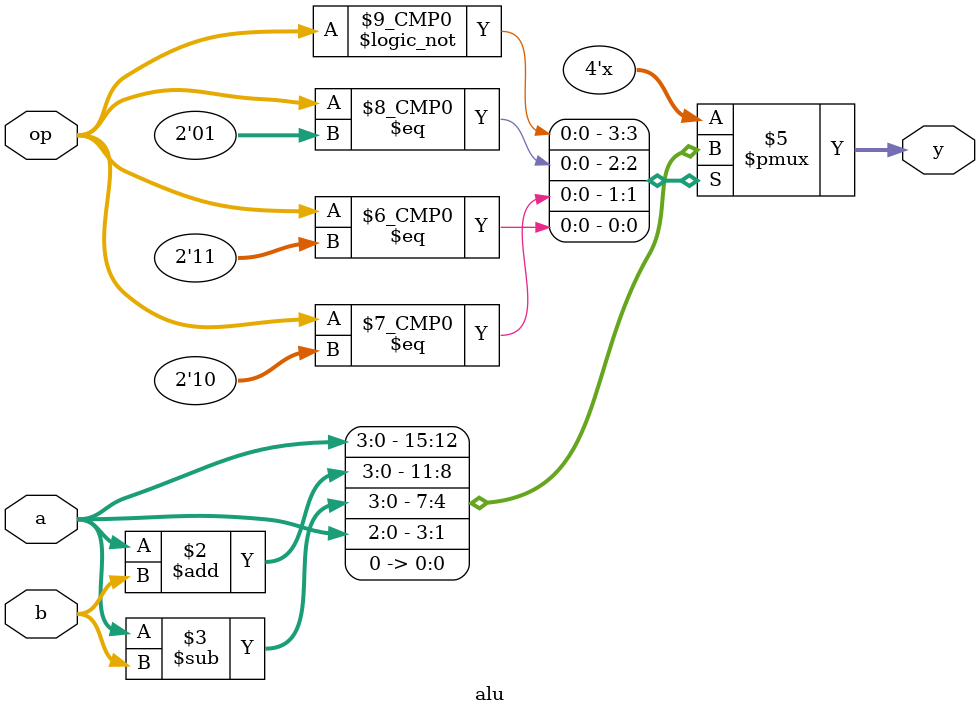
<source format=v>
module alu (
	input [3:0] a,
	input [3:0] b,
	input [1:0] op, 
	output reg [3:0] y
	);
	
	always @(*)
		case (op)
			0:	y = a;
			1:	y = a + b;
			2: y = a - b;
			3: y = a << 1;
		endcase
		
endmodule
</source>
